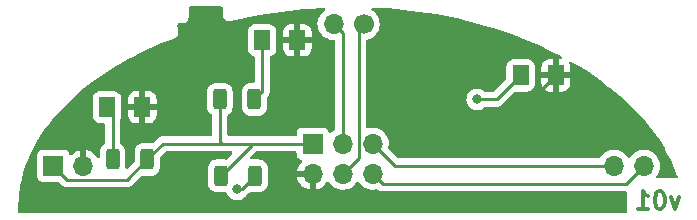
<source format=gbl>
%TF.GenerationSoftware,KiCad,Pcbnew,(6.0.4-0)*%
%TF.CreationDate,2022-04-25T17:07:07-04:00*%
%TF.ProjectId,earth_base,65617274-685f-4626-9173-652e6b696361,rev?*%
%TF.SameCoordinates,Original*%
%TF.FileFunction,Copper,L2,Bot*%
%TF.FilePolarity,Positive*%
%FSLAX46Y46*%
G04 Gerber Fmt 4.6, Leading zero omitted, Abs format (unit mm)*
G04 Created by KiCad (PCBNEW (6.0.4-0)) date 2022-04-25 17:07:07*
%MOMM*%
%LPD*%
G01*
G04 APERTURE LIST*
G04 Aperture macros list*
%AMRoundRect*
0 Rectangle with rounded corners*
0 $1 Rounding radius*
0 $2 $3 $4 $5 $6 $7 $8 $9 X,Y pos of 4 corners*
0 Add a 4 corners polygon primitive as box body*
4,1,4,$2,$3,$4,$5,$6,$7,$8,$9,$2,$3,0*
0 Add four circle primitives for the rounded corners*
1,1,$1+$1,$2,$3*
1,1,$1+$1,$4,$5*
1,1,$1+$1,$6,$7*
1,1,$1+$1,$8,$9*
0 Add four rect primitives between the rounded corners*
20,1,$1+$1,$2,$3,$4,$5,0*
20,1,$1+$1,$4,$5,$6,$7,0*
20,1,$1+$1,$6,$7,$8,$9,0*
20,1,$1+$1,$8,$9,$2,$3,0*%
G04 Aperture macros list end*
%ADD10C,0.300000*%
%TA.AperFunction,NonConductor*%
%ADD11C,0.300000*%
%TD*%
%TA.AperFunction,SMDPad,CuDef*%
%ADD12RoundRect,0.250001X0.462499X0.624999X-0.462499X0.624999X-0.462499X-0.624999X0.462499X-0.624999X0*%
%TD*%
%TA.AperFunction,ComponentPad*%
%ADD13R,1.700000X1.700000*%
%TD*%
%TA.AperFunction,ComponentPad*%
%ADD14O,1.700000X1.700000*%
%TD*%
%TA.AperFunction,ComponentPad*%
%ADD15C,1.700000*%
%TD*%
%TA.AperFunction,SMDPad,CuDef*%
%ADD16RoundRect,0.250000X0.312500X0.625000X-0.312500X0.625000X-0.312500X-0.625000X0.312500X-0.625000X0*%
%TD*%
%TA.AperFunction,SMDPad,CuDef*%
%ADD17RoundRect,0.250000X-0.312500X-0.625000X0.312500X-0.625000X0.312500X0.625000X-0.312500X0.625000X0*%
%TD*%
%TA.AperFunction,ViaPad*%
%ADD18C,0.800000*%
%TD*%
%TA.AperFunction,Conductor*%
%ADD19C,0.250000*%
%TD*%
G04 APERTURE END LIST*
D10*
D11*
X177125531Y-109873388D02*
X176768388Y-110873388D01*
X176411245Y-109873388D01*
X175554102Y-109373388D02*
X175411245Y-109373388D01*
X175268388Y-109444817D01*
X175196959Y-109516245D01*
X175125531Y-109659102D01*
X175054102Y-109944817D01*
X175054102Y-110301959D01*
X175125531Y-110587674D01*
X175196959Y-110730531D01*
X175268388Y-110801959D01*
X175411245Y-110873388D01*
X175554102Y-110873388D01*
X175696959Y-110801959D01*
X175768388Y-110730531D01*
X175839817Y-110587674D01*
X175911245Y-110301959D01*
X175911245Y-109944817D01*
X175839817Y-109659102D01*
X175768388Y-109516245D01*
X175696959Y-109444817D01*
X175554102Y-109373388D01*
X173625531Y-110873388D02*
X174482674Y-110873388D01*
X174054102Y-110873388D02*
X174054102Y-109373388D01*
X174196959Y-109587674D01*
X174339817Y-109730531D01*
X174482674Y-109801959D01*
D12*
%TO.P,D3,1,K*%
%TO.N,GND*%
X144784790Y-96587717D03*
%TO.P,D3,2,A*%
%TO.N,Net-(D3-Pad2)*%
X141809790Y-96587717D03*
%TD*%
%TO.P,D2,1,K*%
%TO.N,GND*%
X131657910Y-102253249D03*
%TO.P,D2,2,A*%
%TO.N,Net-(D2-Pad2)*%
X128682910Y-102253249D03*
%TD*%
%TO.P,D1,1,K*%
%TO.N,GND*%
X166682955Y-99562746D03*
%TO.P,D1,2,A*%
%TO.N,Net-(D1-Pad2)*%
X163707955Y-99562746D03*
%TD*%
D13*
%TO.P,J1,1,Pin_1*%
%TO.N,VCC*%
X124133751Y-107218580D03*
D14*
%TO.P,J1,2,Pin_2*%
%TO.N,GND*%
X126673751Y-107218580D03*
%TO.P,J1,3,Pin_3*%
%TO.N,Net-(J1-Pad3)*%
X147863751Y-95218580D03*
D15*
%TO.P,J1,4,Pin_4*%
%TO.N,Net-(J1-Pad4)*%
X150403751Y-95218580D03*
D14*
%TO.P,J1,5,Pin_5*%
%TO.N,Net-(J1-Pad5)*%
X171593751Y-107218580D03*
%TO.P,J1,6,Pin_6*%
%TO.N,Net-(J1-Pad6)*%
X174133751Y-107218580D03*
%TD*%
D13*
%TO.P,J2,1,Pin_1*%
%TO.N,VCC*%
X146090605Y-105357258D03*
D14*
%TO.P,J2,2,Pin_2*%
%TO.N,GND*%
X146090605Y-107897258D03*
%TO.P,J2,3,Pin_3*%
%TO.N,Net-(J1-Pad3)*%
X148630605Y-105357258D03*
%TO.P,J2,4,Pin_4*%
%TO.N,Net-(J1-Pad4)*%
X148630605Y-107897258D03*
%TO.P,J2,5,Pin_5*%
%TO.N,Net-(J1-Pad5)*%
X151170605Y-105357258D03*
%TO.P,J2,6,Pin_6*%
%TO.N,Net-(J1-Pad6)*%
X151170605Y-107897258D03*
%TD*%
D16*
%TO.P,R3,1*%
%TO.N,Net-(D3-Pad2)*%
X141162500Y-101600000D03*
%TO.P,R3,2*%
%TO.N,VCC*%
X138237500Y-101600000D03*
%TD*%
D17*
%TO.P,R2,1*%
%TO.N,Net-(D2-Pad2)*%
X129155000Y-106680000D03*
%TO.P,R2,2*%
%TO.N,VCC*%
X132080000Y-106680000D03*
%TD*%
D16*
%TO.P,R1,1*%
%TO.N,Net-(D1-Pad2)*%
X141219802Y-108076026D03*
%TO.P,R1,2*%
%TO.N,VCC*%
X138294802Y-108076026D03*
%TD*%
D18*
%TO.N,GND*%
X165100000Y-101600000D03*
%TO.N,Net-(D1-Pad2)*%
X139700000Y-109220000D03*
X160020000Y-101600000D03*
%TD*%
D19*
%TO.N,GND*%
X165100000Y-101145701D02*
X165100000Y-101600000D01*
X166682955Y-99562746D02*
X165100000Y-101145701D01*
%TO.N,Net-(D1-Pad2)*%
X139700000Y-109220000D02*
X140075828Y-109220000D01*
X140075828Y-109220000D02*
X141219802Y-108076026D01*
X161670701Y-101600000D02*
X160020000Y-101600000D01*
X163707955Y-99562746D02*
X161670701Y-101600000D01*
%TO.N,VCC*%
X133402742Y-105357258D02*
X138377258Y-105357258D01*
X138237500Y-101600000D02*
X138237500Y-105217500D01*
X138237500Y-105217500D02*
X138377258Y-105357258D01*
X138377258Y-105357258D02*
X140917258Y-105357258D01*
X138294802Y-108076026D02*
X140917258Y-105453570D01*
X140917258Y-105357258D02*
X146090605Y-105357258D01*
X140917258Y-105453570D02*
X140917258Y-105357258D01*
%TO.N,Net-(D3-Pad2)*%
X141809790Y-96587717D02*
X141809790Y-100952710D01*
X141809790Y-100952710D02*
X141162500Y-101600000D01*
%TO.N,VCC*%
X124133751Y-107218580D02*
X125308262Y-108393091D01*
X125308262Y-108393091D02*
X130366909Y-108393091D01*
X130366909Y-108393091D02*
X132080000Y-106680000D01*
%TO.N,Net-(D2-Pad2)*%
X129155000Y-106680000D02*
X129155000Y-102725339D01*
X129155000Y-102725339D02*
X128682910Y-102253249D01*
%TO.N,VCC*%
X132080000Y-106680000D02*
X133402742Y-105357258D01*
%TO.N,Net-(J1-Pad4)*%
X148630605Y-107897258D02*
X149996094Y-106531769D01*
X149996094Y-95626237D02*
X150403751Y-95218580D01*
X149996094Y-106531769D02*
X149996094Y-95626237D01*
%TO.N,VCC*%
X141994758Y-105357258D02*
X146090605Y-105357258D01*
%TO.N,Net-(J1-Pad3)*%
X148630605Y-105357258D02*
X148630605Y-95985434D01*
X148630605Y-95985434D02*
X147863751Y-95218580D01*
%TO.N,Net-(J1-Pad6)*%
X151170605Y-107897258D02*
X152020605Y-108747258D01*
X152020605Y-108747258D02*
X172605073Y-108747258D01*
X172605073Y-108747258D02*
X174133751Y-107218580D01*
%TO.N,Net-(J1-Pad5)*%
X151170605Y-105357258D02*
X153031927Y-107218580D01*
X153031927Y-107218580D02*
X171593751Y-107218580D01*
%TD*%
%TA.AperFunction,Conductor*%
%TO.N,GND*%
G36*
X138434895Y-93758198D02*
G01*
X138481388Y-93811854D01*
X138492774Y-93864196D01*
X138492774Y-94436788D01*
X138492436Y-94446017D01*
X138490722Y-94469358D01*
X138488765Y-94496000D01*
X138490647Y-94504779D01*
X138490647Y-94504780D01*
X138499443Y-94545814D01*
X138500969Y-94554362D01*
X138506920Y-94595917D01*
X138506922Y-94595924D01*
X138508194Y-94604806D01*
X138511908Y-94612975D01*
X138514374Y-94621408D01*
X138517414Y-94629649D01*
X138519295Y-94638422D01*
X138523562Y-94646314D01*
X138543534Y-94683253D01*
X138547396Y-94691026D01*
X138568482Y-94737401D01*
X138574342Y-94744201D01*
X138579067Y-94751590D01*
X138584299Y-94758648D01*
X138588572Y-94766551D01*
X138624418Y-94802776D01*
X138630299Y-94809144D01*
X138657702Y-94840947D01*
X138657704Y-94840949D01*
X138663561Y-94847746D01*
X138671092Y-94852628D01*
X138677706Y-94858397D01*
X138684708Y-94863703D01*
X138691025Y-94870086D01*
X138735611Y-94894801D01*
X138743015Y-94899246D01*
X138785789Y-94926971D01*
X138794384Y-94929542D01*
X138802351Y-94933223D01*
X138810570Y-94936354D01*
X138818419Y-94940704D01*
X138868122Y-94951906D01*
X138876512Y-94954103D01*
X138925340Y-94968705D01*
X138934316Y-94968760D01*
X138942982Y-94970055D01*
X138951751Y-94970753D01*
X138960513Y-94972728D01*
X138969469Y-94972165D01*
X138969473Y-94972165D01*
X139011367Y-94969530D01*
X139020044Y-94969284D01*
X139051737Y-94969477D01*
X139070995Y-94969595D01*
X139123040Y-94954720D01*
X139130465Y-94952842D01*
X139974312Y-94766551D01*
X140324678Y-94689203D01*
X140328344Y-94688450D01*
X141557945Y-94455067D01*
X141561590Y-94454431D01*
X142814815Y-94254492D01*
X142818443Y-94253967D01*
X144093911Y-94088369D01*
X144097527Y-94087952D01*
X145393821Y-93957596D01*
X145397428Y-93957286D01*
X146005080Y-93913771D01*
X146713107Y-93863069D01*
X146716647Y-93862867D01*
X147042380Y-93848900D01*
X147111295Y-93865965D01*
X147160043Y-93917580D01*
X147173148Y-93987357D01*
X147146449Y-94053142D01*
X147123430Y-94075544D01*
X146986632Y-94178255D01*
X146958716Y-94199215D01*
X146804380Y-94360718D01*
X146678494Y-94545260D01*
X146642331Y-94623166D01*
X146608679Y-94695665D01*
X146584439Y-94747885D01*
X146524740Y-94963150D01*
X146501002Y-95185275D01*
X146501299Y-95190428D01*
X146501299Y-95190431D01*
X146506762Y-95285170D01*
X146513861Y-95408295D01*
X146514998Y-95413341D01*
X146514999Y-95413347D01*
X146530741Y-95483196D01*
X146562973Y-95626219D01*
X146601212Y-95720391D01*
X146639505Y-95814695D01*
X146647017Y-95833196D01*
X146684270Y-95893987D01*
X146749878Y-96001050D01*
X146763738Y-96023668D01*
X146910001Y-96192518D01*
X147081877Y-96335212D01*
X147274751Y-96447918D01*
X147483443Y-96527610D01*
X147488511Y-96528641D01*
X147488514Y-96528642D01*
X147566538Y-96544516D01*
X147702348Y-96572147D01*
X147707522Y-96572337D01*
X147707524Y-96572337D01*
X147758598Y-96574210D01*
X147875724Y-96578505D01*
X147943064Y-96600988D01*
X147987560Y-96656312D01*
X147997105Y-96704419D01*
X147997105Y-104078950D01*
X147977103Y-104147071D01*
X147929288Y-104190711D01*
X147904212Y-104203765D01*
X147900079Y-104206868D01*
X147900076Y-104206870D01*
X147802351Y-104280244D01*
X147725570Y-104337893D01*
X147669142Y-104396942D01*
X147644888Y-104422322D01*
X147583364Y-104457752D01*
X147512451Y-104454295D01*
X147454665Y-104413049D01*
X147435812Y-104379501D01*
X147394372Y-104268961D01*
X147391220Y-104260553D01*
X147303866Y-104143997D01*
X147187310Y-104056643D01*
X147050921Y-104005513D01*
X146988739Y-103998758D01*
X145192471Y-103998758D01*
X145130289Y-104005513D01*
X144993900Y-104056643D01*
X144877344Y-104143997D01*
X144789990Y-104260553D01*
X144738860Y-104396942D01*
X144732105Y-104459124D01*
X144732105Y-104597758D01*
X144712103Y-104665879D01*
X144658447Y-104712372D01*
X144606105Y-104723758D01*
X140989051Y-104723758D01*
X140965442Y-104721526D01*
X140965139Y-104721468D01*
X140965135Y-104721468D01*
X140957352Y-104719983D01*
X140901307Y-104723509D01*
X140893396Y-104723758D01*
X138997000Y-104723758D01*
X138928879Y-104703756D01*
X138882386Y-104650100D01*
X138871000Y-104597758D01*
X138871000Y-102988575D01*
X138891002Y-102920454D01*
X138930697Y-102881431D01*
X138930953Y-102881273D01*
X139024348Y-102823478D01*
X139149305Y-102698303D01*
X139242115Y-102547738D01*
X139297797Y-102379861D01*
X139308500Y-102275400D01*
X140091500Y-102275400D01*
X140091837Y-102278646D01*
X140091837Y-102278650D01*
X140092263Y-102282749D01*
X140102474Y-102381166D01*
X140158450Y-102548946D01*
X140251522Y-102699348D01*
X140376697Y-102824305D01*
X140382927Y-102828145D01*
X140382928Y-102828146D01*
X140520090Y-102912694D01*
X140527262Y-102917115D01*
X140571678Y-102931847D01*
X140688611Y-102970632D01*
X140688613Y-102970632D01*
X140695139Y-102972797D01*
X140701975Y-102973497D01*
X140701978Y-102973498D01*
X140745031Y-102977909D01*
X140799600Y-102983500D01*
X141525400Y-102983500D01*
X141528646Y-102983163D01*
X141528650Y-102983163D01*
X141624308Y-102973238D01*
X141624312Y-102973237D01*
X141631166Y-102972526D01*
X141637702Y-102970345D01*
X141637704Y-102970345D01*
X141787244Y-102920454D01*
X141798946Y-102916550D01*
X141949348Y-102823478D01*
X142074305Y-102698303D01*
X142167115Y-102547738D01*
X142222797Y-102379861D01*
X142233500Y-102275400D01*
X142233500Y-101477094D01*
X142253502Y-101408973D01*
X142270405Y-101387999D01*
X142285924Y-101372480D01*
X142288402Y-101369285D01*
X142296108Y-101360263D01*
X142320948Y-101333811D01*
X142326376Y-101328031D01*
X142332522Y-101316852D01*
X142336136Y-101310278D01*
X142346989Y-101293755D01*
X142354543Y-101284016D01*
X142359403Y-101277751D01*
X142376966Y-101237167D01*
X142382173Y-101226537D01*
X142403485Y-101187770D01*
X142405456Y-101180093D01*
X142405458Y-101180088D01*
X142408522Y-101168152D01*
X142414928Y-101149440D01*
X142419823Y-101138129D01*
X142422971Y-101130855D01*
X142424211Y-101123027D01*
X142424213Y-101123020D01*
X142429889Y-101087186D01*
X142432295Y-101075566D01*
X142441318Y-101040421D01*
X142441318Y-101040420D01*
X142443290Y-101032740D01*
X142443290Y-101012486D01*
X142444841Y-100992775D01*
X142446770Y-100980596D01*
X142448010Y-100972767D01*
X142443849Y-100928748D01*
X142443290Y-100916891D01*
X142443290Y-98046084D01*
X142463292Y-97977963D01*
X142516948Y-97931470D01*
X142529413Y-97926561D01*
X142589291Y-97906584D01*
X142589293Y-97906583D01*
X142596235Y-97904267D01*
X142746638Y-97811195D01*
X142871595Y-97686020D01*
X142950910Y-97557348D01*
X142960565Y-97541685D01*
X142960566Y-97541683D01*
X142964405Y-97535455D01*
X143017486Y-97375420D01*
X143017922Y-97374106D01*
X143017922Y-97374104D01*
X143020087Y-97367578D01*
X143020799Y-97360636D01*
X143030462Y-97266315D01*
X143030790Y-97263117D01*
X143030790Y-97259813D01*
X143564290Y-97259813D01*
X143564627Y-97266328D01*
X143574546Y-97361920D01*
X143577440Y-97375319D01*
X143628878Y-97529500D01*
X143635052Y-97542679D01*
X143720353Y-97680524D01*
X143729389Y-97691925D01*
X143844120Y-97806456D01*
X143855531Y-97815468D01*
X143993535Y-97900535D01*
X144006713Y-97906679D01*
X144161006Y-97957856D01*
X144174371Y-97960722D01*
X144268729Y-97970389D01*
X144275145Y-97970717D01*
X144512675Y-97970717D01*
X144527914Y-97966242D01*
X144529119Y-97964852D01*
X144530790Y-97957169D01*
X144530790Y-97952602D01*
X145038790Y-97952602D01*
X145043265Y-97967841D01*
X145044655Y-97969046D01*
X145052338Y-97970717D01*
X145294386Y-97970717D01*
X145300901Y-97970380D01*
X145396493Y-97960461D01*
X145409892Y-97957567D01*
X145564073Y-97906129D01*
X145577252Y-97899955D01*
X145715097Y-97814654D01*
X145726498Y-97805618D01*
X145841029Y-97690887D01*
X145850041Y-97679476D01*
X145935108Y-97541472D01*
X145941252Y-97528294D01*
X145992429Y-97374001D01*
X145995295Y-97360636D01*
X146004962Y-97266278D01*
X146005290Y-97259862D01*
X146005290Y-96859832D01*
X146000815Y-96844593D01*
X145999425Y-96843388D01*
X145991742Y-96841717D01*
X145056905Y-96841717D01*
X145041666Y-96846192D01*
X145040461Y-96847582D01*
X145038790Y-96855265D01*
X145038790Y-97952602D01*
X144530790Y-97952602D01*
X144530790Y-96859832D01*
X144526315Y-96844593D01*
X144524925Y-96843388D01*
X144517242Y-96841717D01*
X143582405Y-96841717D01*
X143567166Y-96846192D01*
X143565961Y-96847582D01*
X143564290Y-96855265D01*
X143564290Y-97259813D01*
X143030790Y-97259813D01*
X143030790Y-96315602D01*
X143564290Y-96315602D01*
X143568765Y-96330841D01*
X143570155Y-96332046D01*
X143577838Y-96333717D01*
X144512675Y-96333717D01*
X144527914Y-96329242D01*
X144529119Y-96327852D01*
X144530790Y-96320169D01*
X144530790Y-96315602D01*
X145038790Y-96315602D01*
X145043265Y-96330841D01*
X145044655Y-96332046D01*
X145052338Y-96333717D01*
X145987175Y-96333717D01*
X146002414Y-96329242D01*
X146003619Y-96327852D01*
X146005290Y-96320169D01*
X146005290Y-95915621D01*
X146004953Y-95909106D01*
X145995034Y-95813514D01*
X145992140Y-95800115D01*
X145940702Y-95645934D01*
X145934528Y-95632755D01*
X145849227Y-95494910D01*
X145840191Y-95483509D01*
X145725460Y-95368978D01*
X145714049Y-95359966D01*
X145576045Y-95274899D01*
X145562867Y-95268755D01*
X145408574Y-95217578D01*
X145395209Y-95214712D01*
X145300851Y-95205045D01*
X145294434Y-95204717D01*
X145056905Y-95204717D01*
X145041666Y-95209192D01*
X145040461Y-95210582D01*
X145038790Y-95218265D01*
X145038790Y-96315602D01*
X144530790Y-96315602D01*
X144530790Y-95222832D01*
X144526315Y-95207593D01*
X144524925Y-95206388D01*
X144517242Y-95204717D01*
X144275194Y-95204717D01*
X144268679Y-95205054D01*
X144173087Y-95214973D01*
X144159688Y-95217867D01*
X144005507Y-95269305D01*
X143992328Y-95275479D01*
X143854483Y-95360780D01*
X143843082Y-95369816D01*
X143728551Y-95484547D01*
X143719539Y-95495958D01*
X143634472Y-95633962D01*
X143628328Y-95647140D01*
X143577151Y-95801433D01*
X143574285Y-95814798D01*
X143564618Y-95909156D01*
X143564290Y-95915573D01*
X143564290Y-96315602D01*
X143030790Y-96315602D01*
X143030790Y-95912317D01*
X143025611Y-95862402D01*
X143020528Y-95813410D01*
X143020527Y-95813406D01*
X143019816Y-95806552D01*
X142963840Y-95638772D01*
X142870768Y-95488369D01*
X142745593Y-95363412D01*
X142630149Y-95292251D01*
X142601258Y-95274442D01*
X142601256Y-95274441D01*
X142595028Y-95270602D01*
X142515285Y-95244153D01*
X142433679Y-95217085D01*
X142433677Y-95217085D01*
X142427151Y-95214920D01*
X142420315Y-95214220D01*
X142420312Y-95214219D01*
X142377259Y-95209808D01*
X142322690Y-95204217D01*
X141296890Y-95204217D01*
X141293644Y-95204554D01*
X141293640Y-95204554D01*
X141197983Y-95214479D01*
X141197979Y-95214480D01*
X141191125Y-95215191D01*
X141184589Y-95217372D01*
X141184587Y-95217372D01*
X141052485Y-95261445D01*
X141023345Y-95271167D01*
X140872942Y-95364239D01*
X140747985Y-95489414D01*
X140744145Y-95495644D01*
X140744144Y-95495645D01*
X140660707Y-95631005D01*
X140655175Y-95639979D01*
X140630147Y-95715437D01*
X140602061Y-95800115D01*
X140599493Y-95807856D01*
X140598793Y-95814692D01*
X140598792Y-95814695D01*
X140597387Y-95828409D01*
X140588790Y-95912317D01*
X140588790Y-97263117D01*
X140589127Y-97266363D01*
X140589127Y-97266367D01*
X140599042Y-97361920D01*
X140599764Y-97368882D01*
X140655740Y-97536662D01*
X140748812Y-97687065D01*
X140873987Y-97812022D01*
X140880217Y-97815862D01*
X140880218Y-97815863D01*
X141016655Y-97899964D01*
X141024552Y-97904832D01*
X141072078Y-97920596D01*
X141089957Y-97926526D01*
X141148317Y-97966957D01*
X141175554Y-98032521D01*
X141176290Y-98046119D01*
X141176290Y-100090500D01*
X141156288Y-100158621D01*
X141102632Y-100205114D01*
X141050290Y-100216500D01*
X140799600Y-100216500D01*
X140796354Y-100216837D01*
X140796350Y-100216837D01*
X140700692Y-100226762D01*
X140700688Y-100226763D01*
X140693834Y-100227474D01*
X140687298Y-100229655D01*
X140687296Y-100229655D01*
X140555194Y-100273728D01*
X140526054Y-100283450D01*
X140375652Y-100376522D01*
X140250695Y-100501697D01*
X140246855Y-100507927D01*
X140246854Y-100507928D01*
X140178444Y-100618910D01*
X140157885Y-100652262D01*
X140102203Y-100820139D01*
X140091500Y-100924600D01*
X140091500Y-102275400D01*
X139308500Y-102275400D01*
X139308500Y-100924600D01*
X139308163Y-100921350D01*
X139298238Y-100825692D01*
X139298237Y-100825688D01*
X139297526Y-100818834D01*
X139287801Y-100789683D01*
X139243868Y-100658002D01*
X139241550Y-100651054D01*
X139148478Y-100500652D01*
X139023303Y-100375695D01*
X138958363Y-100335665D01*
X138878968Y-100286725D01*
X138878966Y-100286724D01*
X138872738Y-100282885D01*
X138792995Y-100256436D01*
X138711389Y-100229368D01*
X138711387Y-100229368D01*
X138704861Y-100227203D01*
X138698025Y-100226503D01*
X138698022Y-100226502D01*
X138654969Y-100222091D01*
X138600400Y-100216500D01*
X137874600Y-100216500D01*
X137871354Y-100216837D01*
X137871350Y-100216837D01*
X137775692Y-100226762D01*
X137775688Y-100226763D01*
X137768834Y-100227474D01*
X137762298Y-100229655D01*
X137762296Y-100229655D01*
X137630194Y-100273728D01*
X137601054Y-100283450D01*
X137450652Y-100376522D01*
X137325695Y-100501697D01*
X137321855Y-100507927D01*
X137321854Y-100507928D01*
X137253444Y-100618910D01*
X137232885Y-100652262D01*
X137177203Y-100820139D01*
X137166500Y-100924600D01*
X137166500Y-102275400D01*
X137166837Y-102278646D01*
X137166837Y-102278650D01*
X137167263Y-102282749D01*
X137177474Y-102381166D01*
X137233450Y-102548946D01*
X137326522Y-102699348D01*
X137451697Y-102824305D01*
X137457927Y-102828145D01*
X137457928Y-102828146D01*
X137544116Y-102881273D01*
X137591609Y-102934045D01*
X137604000Y-102988533D01*
X137604000Y-104597758D01*
X137583998Y-104665879D01*
X137530342Y-104712372D01*
X137478000Y-104723758D01*
X133481510Y-104723758D01*
X133470327Y-104723231D01*
X133462834Y-104721556D01*
X133454908Y-104721805D01*
X133454907Y-104721805D01*
X133394744Y-104723696D01*
X133390786Y-104723758D01*
X133362886Y-104723758D01*
X133358896Y-104724262D01*
X133347062Y-104725194D01*
X133302853Y-104726584D01*
X133295237Y-104728797D01*
X133295235Y-104728797D01*
X133283394Y-104732237D01*
X133264035Y-104736246D01*
X133262725Y-104736412D01*
X133243945Y-104738784D01*
X133236579Y-104741700D01*
X133236573Y-104741702D01*
X133202840Y-104755058D01*
X133191610Y-104758903D01*
X133156759Y-104769028D01*
X133149149Y-104771239D01*
X133142326Y-104775274D01*
X133131708Y-104781553D01*
X133113955Y-104790250D01*
X133106310Y-104793277D01*
X133095125Y-104797706D01*
X133088710Y-104802367D01*
X133059354Y-104823695D01*
X133049437Y-104830209D01*
X133011380Y-104852716D01*
X132997059Y-104867037D01*
X132982026Y-104879877D01*
X132965635Y-104891786D01*
X132960584Y-104897892D01*
X132937444Y-104925863D01*
X132929454Y-104934642D01*
X132598361Y-105265735D01*
X132536049Y-105299761D01*
X132496423Y-105301984D01*
X132442900Y-105296500D01*
X131717100Y-105296500D01*
X131713854Y-105296837D01*
X131713850Y-105296837D01*
X131618192Y-105306762D01*
X131618188Y-105306763D01*
X131611334Y-105307474D01*
X131604798Y-105309655D01*
X131604796Y-105309655D01*
X131519600Y-105338079D01*
X131443554Y-105363450D01*
X131293152Y-105456522D01*
X131168195Y-105581697D01*
X131164355Y-105587927D01*
X131164354Y-105587928D01*
X131103381Y-105686845D01*
X131075385Y-105732262D01*
X131073081Y-105739209D01*
X131023394Y-105889012D01*
X131019703Y-105900139D01*
X131019003Y-105906975D01*
X131019002Y-105906978D01*
X131017325Y-105923351D01*
X131009000Y-106004600D01*
X131009000Y-106802905D01*
X130988998Y-106871026D01*
X130972095Y-106892001D01*
X130441095Y-107423000D01*
X130378783Y-107457025D01*
X130307967Y-107451960D01*
X130251132Y-107409413D01*
X130226321Y-107342893D01*
X130226000Y-107333904D01*
X130226000Y-106004600D01*
X130223211Y-105977717D01*
X130215738Y-105905692D01*
X130215737Y-105905688D01*
X130215026Y-105898834D01*
X130210862Y-105886351D01*
X130161368Y-105738002D01*
X130159050Y-105731054D01*
X130065978Y-105580652D01*
X129940803Y-105455695D01*
X129848384Y-105398727D01*
X129800891Y-105345955D01*
X129788500Y-105291467D01*
X129788500Y-103316234D01*
X129807240Y-103250118D01*
X129833685Y-103207217D01*
X129833686Y-103207215D01*
X129837525Y-103200987D01*
X129890606Y-103040952D01*
X129891042Y-103039638D01*
X129891042Y-103039636D01*
X129893207Y-103033110D01*
X129893919Y-103026168D01*
X129903582Y-102931847D01*
X129903910Y-102928649D01*
X129903910Y-102925345D01*
X130437410Y-102925345D01*
X130437747Y-102931860D01*
X130447666Y-103027452D01*
X130450560Y-103040851D01*
X130501998Y-103195032D01*
X130508172Y-103208211D01*
X130593473Y-103346056D01*
X130602509Y-103357457D01*
X130717240Y-103471988D01*
X130728651Y-103481000D01*
X130866655Y-103566067D01*
X130879833Y-103572211D01*
X131034126Y-103623388D01*
X131047491Y-103626254D01*
X131141849Y-103635921D01*
X131148265Y-103636249D01*
X131385795Y-103636249D01*
X131401034Y-103631774D01*
X131402239Y-103630384D01*
X131403910Y-103622701D01*
X131403910Y-103618134D01*
X131911910Y-103618134D01*
X131916385Y-103633373D01*
X131917775Y-103634578D01*
X131925458Y-103636249D01*
X132167506Y-103636249D01*
X132174021Y-103635912D01*
X132269613Y-103625993D01*
X132283012Y-103623099D01*
X132437193Y-103571661D01*
X132450372Y-103565487D01*
X132588217Y-103480186D01*
X132599618Y-103471150D01*
X132714149Y-103356419D01*
X132723161Y-103345008D01*
X132808228Y-103207004D01*
X132814372Y-103193826D01*
X132865549Y-103039533D01*
X132868415Y-103026168D01*
X132878082Y-102931810D01*
X132878410Y-102925394D01*
X132878410Y-102525364D01*
X132873935Y-102510125D01*
X132872545Y-102508920D01*
X132864862Y-102507249D01*
X131930025Y-102507249D01*
X131914786Y-102511724D01*
X131913581Y-102513114D01*
X131911910Y-102520797D01*
X131911910Y-103618134D01*
X131403910Y-103618134D01*
X131403910Y-102525364D01*
X131399435Y-102510125D01*
X131398045Y-102508920D01*
X131390362Y-102507249D01*
X130455525Y-102507249D01*
X130440286Y-102511724D01*
X130439081Y-102513114D01*
X130437410Y-102520797D01*
X130437410Y-102925345D01*
X129903910Y-102925345D01*
X129903910Y-101981134D01*
X130437410Y-101981134D01*
X130441885Y-101996373D01*
X130443275Y-101997578D01*
X130450958Y-101999249D01*
X131385795Y-101999249D01*
X131401034Y-101994774D01*
X131402239Y-101993384D01*
X131403910Y-101985701D01*
X131403910Y-101981134D01*
X131911910Y-101981134D01*
X131916385Y-101996373D01*
X131917775Y-101997578D01*
X131925458Y-101999249D01*
X132860295Y-101999249D01*
X132875534Y-101994774D01*
X132876739Y-101993384D01*
X132878410Y-101985701D01*
X132878410Y-101581153D01*
X132878073Y-101574638D01*
X132868154Y-101479046D01*
X132865260Y-101465647D01*
X132813822Y-101311466D01*
X132807648Y-101298287D01*
X132722347Y-101160442D01*
X132713311Y-101149041D01*
X132598580Y-101034510D01*
X132587169Y-101025498D01*
X132449165Y-100940431D01*
X132435987Y-100934287D01*
X132281694Y-100883110D01*
X132268329Y-100880244D01*
X132173971Y-100870577D01*
X132167554Y-100870249D01*
X131930025Y-100870249D01*
X131914786Y-100874724D01*
X131913581Y-100876114D01*
X131911910Y-100883797D01*
X131911910Y-101981134D01*
X131403910Y-101981134D01*
X131403910Y-100888364D01*
X131399435Y-100873125D01*
X131398045Y-100871920D01*
X131390362Y-100870249D01*
X131148314Y-100870249D01*
X131141799Y-100870586D01*
X131046207Y-100880505D01*
X131032808Y-100883399D01*
X130878627Y-100934837D01*
X130865448Y-100941011D01*
X130727603Y-101026312D01*
X130716202Y-101035348D01*
X130601671Y-101150079D01*
X130592659Y-101161490D01*
X130507592Y-101299494D01*
X130501448Y-101312672D01*
X130450271Y-101466965D01*
X130447405Y-101480330D01*
X130437738Y-101574688D01*
X130437410Y-101581105D01*
X130437410Y-101981134D01*
X129903910Y-101981134D01*
X129903910Y-101577849D01*
X129893781Y-101480227D01*
X129893648Y-101478942D01*
X129893647Y-101478938D01*
X129892936Y-101472084D01*
X129871881Y-101408973D01*
X129839278Y-101311252D01*
X129836960Y-101304304D01*
X129743888Y-101153901D01*
X129728089Y-101138129D01*
X129623893Y-101034115D01*
X129618713Y-101028944D01*
X129612008Y-101024811D01*
X129474378Y-100939974D01*
X129474376Y-100939973D01*
X129468148Y-100936134D01*
X129388405Y-100909685D01*
X129306799Y-100882617D01*
X129306797Y-100882617D01*
X129300271Y-100880452D01*
X129293435Y-100879752D01*
X129293432Y-100879751D01*
X129246903Y-100874984D01*
X129195810Y-100869749D01*
X128170010Y-100869749D01*
X128166764Y-100870086D01*
X128166760Y-100870086D01*
X128071103Y-100880011D01*
X128071099Y-100880012D01*
X128064245Y-100880723D01*
X128057709Y-100882904D01*
X128057707Y-100882904D01*
X127939384Y-100922380D01*
X127896465Y-100936699D01*
X127746062Y-101029771D01*
X127621105Y-101154946D01*
X127617265Y-101161176D01*
X127617264Y-101161177D01*
X127535542Y-101293755D01*
X127528295Y-101305511D01*
X127507140Y-101369291D01*
X127475181Y-101465647D01*
X127472613Y-101473388D01*
X127471913Y-101480224D01*
X127471912Y-101480227D01*
X127467501Y-101523280D01*
X127461910Y-101577849D01*
X127461910Y-102928649D01*
X127462247Y-102931895D01*
X127462247Y-102931899D01*
X127472162Y-103027452D01*
X127472884Y-103034414D01*
X127528860Y-103202194D01*
X127621932Y-103352597D01*
X127747107Y-103477554D01*
X127753337Y-103481394D01*
X127753338Y-103481395D01*
X127790322Y-103504192D01*
X127897672Y-103570364D01*
X127977415Y-103596813D01*
X128059021Y-103623881D01*
X128059023Y-103623881D01*
X128065549Y-103626046D01*
X128072385Y-103626746D01*
X128072388Y-103626747D01*
X128115441Y-103631158D01*
X128170010Y-103636749D01*
X128395500Y-103636749D01*
X128463621Y-103656751D01*
X128510114Y-103710407D01*
X128521500Y-103762749D01*
X128521500Y-105291425D01*
X128501498Y-105359546D01*
X128461804Y-105398568D01*
X128368152Y-105456522D01*
X128243195Y-105581697D01*
X128239355Y-105587927D01*
X128239354Y-105587928D01*
X128178381Y-105686845D01*
X128150385Y-105732262D01*
X128148081Y-105739209D01*
X128098394Y-105889012D01*
X128094703Y-105900139D01*
X128094003Y-105906975D01*
X128094002Y-105906978D01*
X128092325Y-105923351D01*
X128084000Y-106004600D01*
X128084000Y-106471507D01*
X128063998Y-106539628D01*
X128010342Y-106586121D01*
X127940068Y-106596225D01*
X127875488Y-106566731D01*
X127852208Y-106539947D01*
X127756177Y-106391506D01*
X127749887Y-106383337D01*
X127606557Y-106225820D01*
X127599024Y-106218795D01*
X127431890Y-106086802D01*
X127423303Y-106081097D01*
X127236868Y-105978179D01*
X127227456Y-105973949D01*
X127026710Y-105902860D01*
X127016739Y-105900226D01*
X126945588Y-105887552D01*
X126932291Y-105889012D01*
X126927751Y-105903569D01*
X126927751Y-107346580D01*
X126907749Y-107414701D01*
X126854093Y-107461194D01*
X126801751Y-107472580D01*
X126545751Y-107472580D01*
X126477630Y-107452578D01*
X126431137Y-107398922D01*
X126419751Y-107346580D01*
X126419751Y-105901682D01*
X126415833Y-105888338D01*
X126401557Y-105886351D01*
X126363075Y-105892240D01*
X126353039Y-105894631D01*
X126150619Y-105960792D01*
X126141110Y-105964789D01*
X125952214Y-106063122D01*
X125943489Y-106068616D01*
X125773184Y-106196485D01*
X125765477Y-106203328D01*
X125688229Y-106284164D01*
X125626705Y-106319594D01*
X125555793Y-106316137D01*
X125498006Y-106274891D01*
X125479153Y-106241343D01*
X125437518Y-106130283D01*
X125434366Y-106121875D01*
X125347012Y-106005319D01*
X125230456Y-105917965D01*
X125094067Y-105866835D01*
X125031885Y-105860080D01*
X123235617Y-105860080D01*
X123173435Y-105866835D01*
X123037046Y-105917965D01*
X122920490Y-106005319D01*
X122833136Y-106121875D01*
X122782006Y-106258264D01*
X122775251Y-106320446D01*
X122775251Y-108116714D01*
X122782006Y-108178896D01*
X122833136Y-108315285D01*
X122920490Y-108431841D01*
X123037046Y-108519195D01*
X123173435Y-108570325D01*
X123235617Y-108577080D01*
X124544157Y-108577080D01*
X124612278Y-108597082D01*
X124633252Y-108613985D01*
X124804605Y-108785338D01*
X124812149Y-108793628D01*
X124816262Y-108800109D01*
X124822039Y-108805534D01*
X124865929Y-108846749D01*
X124868771Y-108849504D01*
X124888492Y-108869225D01*
X124891687Y-108871703D01*
X124900709Y-108879409D01*
X124932941Y-108909677D01*
X124939890Y-108913497D01*
X124950694Y-108919437D01*
X124967218Y-108930290D01*
X124983221Y-108942704D01*
X125023805Y-108960267D01*
X125034435Y-108965474D01*
X125073202Y-108986786D01*
X125080879Y-108988757D01*
X125080884Y-108988759D01*
X125092820Y-108991823D01*
X125111528Y-108998228D01*
X125130117Y-109006272D01*
X125137942Y-109007511D01*
X125137944Y-109007512D01*
X125173781Y-109013188D01*
X125185402Y-109015595D01*
X125217221Y-109023764D01*
X125228232Y-109026591D01*
X125248493Y-109026591D01*
X125268202Y-109028142D01*
X125288205Y-109031310D01*
X125296097Y-109030564D01*
X125301324Y-109030070D01*
X125332216Y-109027150D01*
X125344073Y-109026591D01*
X130288142Y-109026591D01*
X130299325Y-109027118D01*
X130306818Y-109028793D01*
X130314744Y-109028544D01*
X130314745Y-109028544D01*
X130374895Y-109026653D01*
X130378854Y-109026591D01*
X130406765Y-109026591D01*
X130410700Y-109026094D01*
X130410765Y-109026086D01*
X130422602Y-109025153D01*
X130454860Y-109024139D01*
X130458879Y-109024013D01*
X130466798Y-109023764D01*
X130486252Y-109018112D01*
X130505609Y-109014104D01*
X130517839Y-109012559D01*
X130517840Y-109012559D01*
X130525706Y-109011565D01*
X130533077Y-109008646D01*
X130533079Y-109008646D01*
X130566821Y-108995287D01*
X130578051Y-108991442D01*
X130612892Y-108981320D01*
X130612893Y-108981320D01*
X130620502Y-108979109D01*
X130627321Y-108975076D01*
X130627326Y-108975074D01*
X130637937Y-108968798D01*
X130655685Y-108960103D01*
X130674526Y-108952643D01*
X130694088Y-108938431D01*
X130710296Y-108926655D01*
X130720216Y-108920139D01*
X130751444Y-108901671D01*
X130751447Y-108901669D01*
X130758271Y-108897633D01*
X130772592Y-108883312D01*
X130787626Y-108870471D01*
X130789341Y-108869225D01*
X130804016Y-108858563D01*
X130832207Y-108824486D01*
X130840197Y-108815707D01*
X131561639Y-108094265D01*
X131623951Y-108060239D01*
X131663577Y-108058016D01*
X131717100Y-108063500D01*
X132442900Y-108063500D01*
X132446146Y-108063163D01*
X132446150Y-108063163D01*
X132541808Y-108053238D01*
X132541812Y-108053237D01*
X132548666Y-108052526D01*
X132555202Y-108050345D01*
X132555204Y-108050345D01*
X132709498Y-107998868D01*
X132716446Y-107996550D01*
X132866848Y-107903478D01*
X132991805Y-107778303D01*
X132995646Y-107772072D01*
X133080775Y-107633968D01*
X133080776Y-107633966D01*
X133084615Y-107627738D01*
X133124778Y-107506649D01*
X133138132Y-107466389D01*
X133138132Y-107466387D01*
X133140297Y-107459861D01*
X133143180Y-107431728D01*
X133150672Y-107358598D01*
X133151000Y-107355400D01*
X133151000Y-106557094D01*
X133171002Y-106488973D01*
X133187905Y-106467999D01*
X133628241Y-106027663D01*
X133690553Y-105993637D01*
X133717336Y-105990758D01*
X138317482Y-105990758D01*
X138337192Y-105992309D01*
X138357201Y-105995478D01*
X138365093Y-105994732D01*
X138401219Y-105991317D01*
X138413077Y-105990758D01*
X139179975Y-105990758D01*
X139248096Y-106010760D01*
X139294589Y-106064416D01*
X139304693Y-106134690D01*
X139275199Y-106199270D01*
X139269074Y-106205850D01*
X139029368Y-106445555D01*
X138813161Y-106661762D01*
X138750849Y-106695787D01*
X138711225Y-106698010D01*
X138657702Y-106692526D01*
X137931902Y-106692526D01*
X137928656Y-106692863D01*
X137928652Y-106692863D01*
X137832994Y-106702788D01*
X137832990Y-106702789D01*
X137826136Y-106703500D01*
X137819600Y-106705681D01*
X137819598Y-106705681D01*
X137789394Y-106715758D01*
X137658356Y-106759476D01*
X137507954Y-106852548D01*
X137382997Y-106977723D01*
X137379157Y-106983953D01*
X137379156Y-106983954D01*
X137296542Y-107117979D01*
X137290187Y-107128288D01*
X137287883Y-107135235D01*
X137259123Y-107221945D01*
X137234505Y-107296165D01*
X137233805Y-107303001D01*
X137233804Y-107303004D01*
X137230728Y-107333025D01*
X137223802Y-107400626D01*
X137223802Y-108751426D01*
X137224139Y-108754672D01*
X137224139Y-108754676D01*
X137233832Y-108848090D01*
X137234776Y-108857192D01*
X137236957Y-108863728D01*
X137236957Y-108863730D01*
X137262325Y-108939765D01*
X137290752Y-109024972D01*
X137383824Y-109175374D01*
X137508999Y-109300331D01*
X137515229Y-109304171D01*
X137515230Y-109304172D01*
X137652392Y-109388720D01*
X137659564Y-109393141D01*
X137682101Y-109400616D01*
X137820913Y-109446658D01*
X137820915Y-109446658D01*
X137827441Y-109448823D01*
X137834277Y-109449523D01*
X137834280Y-109449524D01*
X137866139Y-109452788D01*
X137931902Y-109459526D01*
X138657702Y-109459526D01*
X138660948Y-109459189D01*
X138660952Y-109459189D01*
X138715847Y-109453493D01*
X138785669Y-109466358D01*
X138837451Y-109514929D01*
X138848683Y-109539881D01*
X138865473Y-109591556D01*
X138960960Y-109756944D01*
X138965378Y-109761851D01*
X138965379Y-109761852D01*
X139078928Y-109887961D01*
X139088747Y-109898866D01*
X139243248Y-110011118D01*
X139249276Y-110013802D01*
X139249278Y-110013803D01*
X139411681Y-110086109D01*
X139417712Y-110088794D01*
X139511113Y-110108647D01*
X139598056Y-110127128D01*
X139598061Y-110127128D01*
X139604513Y-110128500D01*
X139795487Y-110128500D01*
X139801939Y-110127128D01*
X139801944Y-110127128D01*
X139888887Y-110108647D01*
X139982288Y-110088794D01*
X139988319Y-110086109D01*
X140150722Y-110013803D01*
X140150724Y-110013802D01*
X140156752Y-110011118D01*
X140311253Y-109898866D01*
X140338172Y-109868970D01*
X140434619Y-109761854D01*
X140439040Y-109756944D01*
X140442343Y-109751224D01*
X140446224Y-109745882D01*
X140447230Y-109746613D01*
X140467153Y-109724564D01*
X140467190Y-109724542D01*
X140481511Y-109710221D01*
X140496545Y-109697380D01*
X140506522Y-109690131D01*
X140512935Y-109685472D01*
X140541126Y-109651395D01*
X140549116Y-109642616D01*
X140701441Y-109490291D01*
X140763753Y-109456265D01*
X140803379Y-109454042D01*
X140856902Y-109459526D01*
X141582702Y-109459526D01*
X141585948Y-109459189D01*
X141585952Y-109459189D01*
X141681610Y-109449264D01*
X141681614Y-109449263D01*
X141688468Y-109448552D01*
X141695004Y-109446371D01*
X141695006Y-109446371D01*
X141832149Y-109400616D01*
X141856248Y-109392576D01*
X142006650Y-109299504D01*
X142131607Y-109174329D01*
X142137880Y-109164153D01*
X142220577Y-109029994D01*
X142220578Y-109029992D01*
X142224417Y-109023764D01*
X142273926Y-108874498D01*
X142277934Y-108862415D01*
X142277934Y-108862413D01*
X142280099Y-108855887D01*
X142281036Y-108846749D01*
X142290474Y-108754624D01*
X142290802Y-108751426D01*
X142290802Y-108165224D01*
X144758862Y-108165224D01*
X144789170Y-108299704D01*
X144792250Y-108309533D01*
X144872375Y-108506861D01*
X144877018Y-108516052D01*
X144988299Y-108697646D01*
X144994382Y-108705957D01*
X145133818Y-108866925D01*
X145141185Y-108874141D01*
X145305039Y-109010174D01*
X145313486Y-109016089D01*
X145497361Y-109123537D01*
X145506647Y-109127987D01*
X145705606Y-109203961D01*
X145715504Y-109206837D01*
X145818855Y-109227864D01*
X145832904Y-109226668D01*
X145836605Y-109216323D01*
X145836605Y-108169373D01*
X145832130Y-108154134D01*
X145830740Y-108152929D01*
X145823057Y-108151258D01*
X144773830Y-108151258D01*
X144760299Y-108155231D01*
X144758862Y-108165224D01*
X142290802Y-108165224D01*
X142290802Y-107400626D01*
X142290465Y-107397376D01*
X142280540Y-107301718D01*
X142280539Y-107301714D01*
X142279828Y-107294860D01*
X142275478Y-107281820D01*
X142226170Y-107134028D01*
X142223852Y-107127080D01*
X142130780Y-106976678D01*
X142005605Y-106851721D01*
X141999374Y-106847880D01*
X141861270Y-106762751D01*
X141861268Y-106762750D01*
X141855040Y-106758911D01*
X141722115Y-106714822D01*
X141693691Y-106705394D01*
X141693689Y-106705394D01*
X141687163Y-106703229D01*
X141680327Y-106702529D01*
X141680324Y-106702528D01*
X141636226Y-106698010D01*
X141582702Y-106692526D01*
X140878397Y-106692526D01*
X140810276Y-106672524D01*
X140763783Y-106618868D01*
X140753679Y-106548594D01*
X140783173Y-106484014D01*
X140789302Y-106477431D01*
X141239070Y-106027663D01*
X141301382Y-105993637D01*
X141328165Y-105990758D01*
X144606105Y-105990758D01*
X144674226Y-106010760D01*
X144720719Y-106064416D01*
X144732105Y-106116758D01*
X144732105Y-106255392D01*
X144738860Y-106317574D01*
X144789990Y-106453963D01*
X144877344Y-106570519D01*
X144993900Y-106657873D01*
X145002309Y-106661025D01*
X145002310Y-106661026D01*
X145111565Y-106701984D01*
X145168330Y-106744625D01*
X145193030Y-106811187D01*
X145177823Y-106880536D01*
X145158430Y-106907017D01*
X145035195Y-107035975D01*
X145028709Y-107043985D01*
X144908703Y-107219907D01*
X144903605Y-107228881D01*
X144813943Y-107422041D01*
X144810380Y-107431728D01*
X144754994Y-107631441D01*
X144756517Y-107639865D01*
X144768897Y-107643258D01*
X146218605Y-107643258D01*
X146286726Y-107663260D01*
X146333219Y-107716916D01*
X146344605Y-107769258D01*
X146344605Y-109215775D01*
X146348669Y-109229617D01*
X146362083Y-109231651D01*
X146368789Y-109230792D01*
X146378867Y-109228650D01*
X146582860Y-109167449D01*
X146592447Y-109163691D01*
X146783700Y-109069997D01*
X146792550Y-109064722D01*
X146965933Y-108941050D01*
X146973805Y-108934397D01*
X147124657Y-108784070D01*
X147131335Y-108776223D01*
X147258627Y-108599077D01*
X147259884Y-108599980D01*
X147306978Y-108556620D01*
X147376916Y-108544403D01*
X147442356Y-108571936D01*
X147470184Y-108603769D01*
X147476444Y-108613985D01*
X147530592Y-108702346D01*
X147676855Y-108871196D01*
X147783937Y-108960097D01*
X147842415Y-109008646D01*
X147848731Y-109013890D01*
X148041605Y-109126596D01*
X148250297Y-109206288D01*
X148255365Y-109207319D01*
X148255368Y-109207320D01*
X148334370Y-109223393D01*
X148469202Y-109250825D01*
X148474377Y-109251015D01*
X148474379Y-109251015D01*
X148687278Y-109258822D01*
X148687282Y-109258822D01*
X148692442Y-109259011D01*
X148697562Y-109258355D01*
X148697564Y-109258355D01*
X148908893Y-109231283D01*
X148908894Y-109231283D01*
X148914021Y-109230626D01*
X148918971Y-109229141D01*
X149123034Y-109167919D01*
X149123039Y-109167917D01*
X149127989Y-109166432D01*
X149328599Y-109068154D01*
X149510465Y-108938431D01*
X149518635Y-108930290D01*
X149629393Y-108819918D01*
X149668701Y-108780747D01*
X149799058Y-108599335D01*
X149800381Y-108600286D01*
X149847250Y-108557115D01*
X149917185Y-108544883D01*
X149982631Y-108572402D01*
X150010480Y-108604252D01*
X150016444Y-108613985D01*
X150070592Y-108702346D01*
X150216855Y-108871196D01*
X150323937Y-108960097D01*
X150382415Y-109008646D01*
X150388731Y-109013890D01*
X150581605Y-109126596D01*
X150790297Y-109206288D01*
X150795365Y-109207319D01*
X150795368Y-109207320D01*
X150874370Y-109223393D01*
X151009202Y-109250825D01*
X151014377Y-109251015D01*
X151014379Y-109251015D01*
X151227278Y-109258822D01*
X151227282Y-109258822D01*
X151232442Y-109259011D01*
X151237562Y-109258355D01*
X151237564Y-109258355D01*
X151448893Y-109231283D01*
X151448894Y-109231283D01*
X151454021Y-109230626D01*
X151458974Y-109229140D01*
X151458979Y-109229139D01*
X151502626Y-109216044D01*
X151573622Y-109215626D01*
X151625086Y-109244878D01*
X151645284Y-109263844D01*
X151652232Y-109267663D01*
X151652234Y-109267665D01*
X151663037Y-109273604D01*
X151679564Y-109284460D01*
X151689303Y-109292015D01*
X151689305Y-109292016D01*
X151695565Y-109296872D01*
X151736145Y-109314432D01*
X151746793Y-109319649D01*
X151785545Y-109340953D01*
X151793221Y-109342924D01*
X151793224Y-109342925D01*
X151805167Y-109345991D01*
X151823872Y-109352395D01*
X151842460Y-109360439D01*
X151850283Y-109361678D01*
X151850293Y-109361681D01*
X151886129Y-109367357D01*
X151897749Y-109369763D01*
X151932458Y-109378674D01*
X151940575Y-109380758D01*
X151960829Y-109380758D01*
X151980539Y-109382309D01*
X152000548Y-109385478D01*
X152008440Y-109384732D01*
X152044566Y-109381317D01*
X152056424Y-109380758D01*
X172526306Y-109380758D01*
X172537489Y-109381285D01*
X172544982Y-109382960D01*
X172552909Y-109382711D01*
X172560801Y-109383457D01*
X172560639Y-109385169D01*
X172620081Y-109400616D01*
X172668233Y-109452788D01*
X172681317Y-109508698D01*
X172681317Y-111119551D01*
X172661315Y-111187672D01*
X172607659Y-111234165D01*
X172555303Y-111245551D01*
X123008809Y-111240212D01*
X121291927Y-111240027D01*
X121223809Y-111220018D01*
X121177322Y-111166357D01*
X121166066Y-111119636D01*
X121166063Y-111119551D01*
X121152521Y-110815634D01*
X121152540Y-110804007D01*
X121153105Y-110792200D01*
X121199447Y-109823623D01*
X121200589Y-109811693D01*
X121210065Y-109745882D01*
X121313618Y-109026653D01*
X121339467Y-108847116D01*
X121341683Y-108835573D01*
X121372826Y-108706248D01*
X121570313Y-107886173D01*
X121573476Y-107875238D01*
X121577301Y-107863953D01*
X121858006Y-107035659D01*
X121889807Y-106941823D01*
X121893760Y-106931636D01*
X122295873Y-106015253D01*
X122300441Y-106005910D01*
X122786431Y-105107935D01*
X122791447Y-105099473D01*
X123359348Y-104221514D01*
X123364663Y-104213925D01*
X123854826Y-103566067D01*
X124012373Y-103357834D01*
X124017857Y-103351083D01*
X124048227Y-103316234D01*
X124481424Y-102819134D01*
X124743174Y-102518773D01*
X124748742Y-102512787D01*
X125549319Y-101706277D01*
X125554893Y-101700995D01*
X125675535Y-101593435D01*
X126428214Y-100922372D01*
X126433724Y-100917736D01*
X127377324Y-100168959D01*
X127382767Y-100164875D01*
X127396594Y-100155073D01*
X128393883Y-99448062D01*
X128399218Y-99444481D01*
X129475234Y-98761561D01*
X129480474Y-98758411D01*
X129586832Y-98697946D01*
X130618588Y-98111384D01*
X130623719Y-98108622D01*
X130719070Y-98060111D01*
X131442139Y-97692238D01*
X131821143Y-97499414D01*
X131826175Y-97496993D01*
X133080127Y-96927486D01*
X133085059Y-96925371D01*
X134263093Y-96449761D01*
X134338984Y-96419121D01*
X134347756Y-96416112D01*
X134355114Y-96415112D01*
X134412289Y-96389612D01*
X134416386Y-96387872D01*
X134438711Y-96378858D01*
X134442587Y-96376608D01*
X134446619Y-96374636D01*
X134446638Y-96374675D01*
X134452505Y-96371675D01*
X134479939Y-96359439D01*
X134479941Y-96359438D01*
X134488140Y-96355781D01*
X134500481Y-96345302D01*
X134518771Y-96332383D01*
X134524181Y-96329242D01*
X134532782Y-96324249D01*
X134559682Y-96295966D01*
X134569424Y-96286758D01*
X134592324Y-96267312D01*
X134592325Y-96267311D01*
X134599168Y-96261500D01*
X134608074Y-96247976D01*
X134622005Y-96230438D01*
X134626979Y-96225208D01*
X134633164Y-96218705D01*
X134651045Y-96184010D01*
X134657810Y-96172441D01*
X134674331Y-96147350D01*
X134674333Y-96147345D01*
X134679271Y-96139846D01*
X134684021Y-96124371D01*
X134692471Y-96103627D01*
X134695779Y-96097208D01*
X134695779Y-96097207D01*
X134699890Y-96089231D01*
X134701596Y-96080425D01*
X134701599Y-96080417D01*
X134707318Y-96050899D01*
X134710563Y-96037898D01*
X134719377Y-96009181D01*
X134719378Y-96009176D01*
X134722010Y-96000600D01*
X134722225Y-95984416D01*
X134724514Y-95962134D01*
X134727595Y-95946232D01*
X134725599Y-95924857D01*
X134723966Y-95907372D01*
X134723431Y-95893987D01*
X134723437Y-95893569D01*
X134723436Y-95893555D01*
X134723501Y-95888691D01*
X134720191Y-95865393D01*
X134719486Y-95859400D01*
X134716591Y-95828409D01*
X134714050Y-95801205D01*
X134710742Y-95792866D01*
X134710025Y-95789874D01*
X134707804Y-95778217D01*
X134687105Y-95632541D01*
X134639865Y-95300079D01*
X134650085Y-95229823D01*
X134696667Y-95176245D01*
X134757930Y-95156532D01*
X135059695Y-95140507D01*
X135082387Y-95139302D01*
X135092595Y-95139174D01*
X135097164Y-95139302D01*
X135131210Y-95140256D01*
X135131212Y-95140256D01*
X135140178Y-95140507D01*
X135191834Y-95126960D01*
X135199334Y-95125236D01*
X135212496Y-95122632D01*
X135251749Y-95114867D01*
X135259712Y-95110723D01*
X135266101Y-95108481D01*
X135272385Y-95105834D01*
X135281070Y-95103556D01*
X135288765Y-95098933D01*
X135288768Y-95098932D01*
X135326849Y-95076055D01*
X135333564Y-95072296D01*
X135380960Y-95047633D01*
X135387435Y-95041426D01*
X135392960Y-95037465D01*
X135398239Y-95033168D01*
X135405930Y-95028547D01*
X135412018Y-95021950D01*
X135412021Y-95021948D01*
X135442152Y-94989300D01*
X135447552Y-94983796D01*
X135461887Y-94970055D01*
X135474287Y-94958168D01*
X135479628Y-94953048D01*
X135479629Y-94953047D01*
X135486108Y-94946836D01*
X135490584Y-94939056D01*
X135494768Y-94933712D01*
X135498628Y-94928106D01*
X135504717Y-94921509D01*
X135528464Y-94873682D01*
X135532101Y-94866888D01*
X135554262Y-94828364D01*
X135554263Y-94828361D01*
X135558740Y-94820579D01*
X135560852Y-94811856D01*
X135563363Y-94805566D01*
X135565499Y-94799089D01*
X135569492Y-94791047D01*
X135576786Y-94750120D01*
X135578863Y-94738468D01*
X135580446Y-94730930D01*
X135590903Y-94687736D01*
X135590903Y-94687734D01*
X135593015Y-94679011D01*
X135591713Y-94651292D01*
X135590596Y-94627505D01*
X135590487Y-94618835D01*
X135599102Y-94225450D01*
X135606195Y-93901542D01*
X135606197Y-93901508D01*
X135606207Y-93901453D01*
X135607027Y-93863541D01*
X135607073Y-93861443D01*
X135628559Y-93793776D01*
X135683217Y-93748466D01*
X135733043Y-93738196D01*
X138366774Y-93738196D01*
X138434895Y-93758198D01*
G37*
%TD.AperFunction*%
%TA.AperFunction,Conductor*%
G36*
X152116233Y-93876129D02*
G01*
X152309276Y-93886121D01*
X152313599Y-93886420D01*
X153285638Y-93970324D01*
X153645171Y-94001358D01*
X153730970Y-94008764D01*
X153735276Y-94009210D01*
X155129632Y-94177997D01*
X155133923Y-94178592D01*
X155863659Y-94292504D01*
X156503362Y-94392362D01*
X156507607Y-94393100D01*
X157850317Y-94650397D01*
X157854583Y-94651291D01*
X158291811Y-94750889D01*
X159168823Y-94950668D01*
X159173092Y-94951719D01*
X160456919Y-95291681D01*
X160461188Y-95292892D01*
X160681348Y-95359571D01*
X161712895Y-95671992D01*
X161717132Y-95673359D01*
X162381381Y-95900686D01*
X162934812Y-96090088D01*
X162939099Y-96091642D01*
X164120965Y-96544516D01*
X164125268Y-96546257D01*
X165269445Y-97033749D01*
X165273771Y-97035689D01*
X166378497Y-97556309D01*
X166382849Y-97558463D01*
X167121317Y-97941923D01*
X167172555Y-97991067D01*
X167189090Y-98060111D01*
X167165672Y-98127135D01*
X167109736Y-98170858D01*
X167063251Y-98179746D01*
X166955070Y-98179746D01*
X166939831Y-98184221D01*
X166938626Y-98185611D01*
X166936955Y-98193294D01*
X166936955Y-99290631D01*
X166941430Y-99305870D01*
X166942820Y-99307075D01*
X166950503Y-99308746D01*
X167885340Y-99308746D01*
X167900579Y-99304271D01*
X167901784Y-99302881D01*
X167903455Y-99295198D01*
X167903455Y-98890650D01*
X167903118Y-98884135D01*
X167893199Y-98788543D01*
X167890305Y-98775144D01*
X167838867Y-98620963D01*
X167832694Y-98607786D01*
X167828662Y-98601270D01*
X167809825Y-98532817D01*
X167830987Y-98465048D01*
X167885429Y-98419478D01*
X167955865Y-98410575D01*
X167998254Y-98425531D01*
X168471005Y-98695304D01*
X168475415Y-98697942D01*
X168777920Y-98887346D01*
X169450838Y-99308673D01*
X169455289Y-99311593D01*
X170383965Y-99949199D01*
X170388451Y-99952426D01*
X171137684Y-100516714D01*
X171268642Y-100615346D01*
X171273151Y-100618905D01*
X171667808Y-100945409D01*
X172103110Y-101305539D01*
X172107645Y-101309477D01*
X172885570Y-102018144D01*
X172890110Y-102022492D01*
X173064796Y-102198351D01*
X173604821Y-102742002D01*
X173614305Y-102751550D01*
X173618823Y-102756343D01*
X173866354Y-103033110D01*
X174287672Y-103504192D01*
X174292150Y-103509486D01*
X174903982Y-104274415D01*
X174908374Y-104280244D01*
X175461645Y-105060625D01*
X175465895Y-105067026D01*
X175890190Y-105750258D01*
X175959090Y-105861207D01*
X175963133Y-105868209D01*
X176387556Y-106661025D01*
X176394857Y-106674664D01*
X176398613Y-106682287D01*
X176721392Y-107397376D01*
X176767487Y-107499495D01*
X176770866Y-107507749D01*
X176801377Y-107590510D01*
X176975631Y-108063172D01*
X176983395Y-108084233D01*
X176988191Y-108155067D01*
X176953930Y-108217250D01*
X176891489Y-108251038D01*
X176865173Y-108253817D01*
X175308502Y-108253817D01*
X175240381Y-108233815D01*
X175193888Y-108180159D01*
X175183784Y-108109885D01*
X175206179Y-108054291D01*
X175299186Y-107924857D01*
X175302204Y-107920657D01*
X175306363Y-107912243D01*
X175398887Y-107725033D01*
X175398888Y-107725031D01*
X175401181Y-107720391D01*
X175466121Y-107506649D01*
X175495280Y-107285170D01*
X175496327Y-107242327D01*
X175496825Y-107221945D01*
X175496825Y-107221941D01*
X175496907Y-107218580D01*
X175478603Y-106995941D01*
X175424182Y-106779282D01*
X175335105Y-106574420D01*
X175257178Y-106453963D01*
X175216573Y-106391197D01*
X175216571Y-106391194D01*
X175213765Y-106386857D01*
X175063421Y-106221631D01*
X175059370Y-106218432D01*
X175059366Y-106218428D01*
X174892165Y-106086380D01*
X174892161Y-106086378D01*
X174888110Y-106083178D01*
X174851779Y-106063122D01*
X174787544Y-106027663D01*
X174692540Y-105975218D01*
X174687671Y-105973494D01*
X174687667Y-105973492D01*
X174486838Y-105902375D01*
X174486834Y-105902374D01*
X174481963Y-105900649D01*
X174476870Y-105899742D01*
X174476867Y-105899741D01*
X174267124Y-105862380D01*
X174267118Y-105862379D01*
X174262035Y-105861474D01*
X174188203Y-105860572D01*
X174043832Y-105858808D01*
X174043830Y-105858808D01*
X174038662Y-105858745D01*
X173817842Y-105892535D01*
X173605507Y-105961937D01*
X173407358Y-106065087D01*
X173403225Y-106068190D01*
X173403222Y-106068192D01*
X173232851Y-106196110D01*
X173228716Y-106199215D01*
X173225144Y-106202953D01*
X173106325Y-106327290D01*
X173074380Y-106360718D01*
X172966952Y-106518201D01*
X172912044Y-106563201D01*
X172841519Y-106571372D01*
X172777772Y-106540118D01*
X172757075Y-106515634D01*
X172676573Y-106391197D01*
X172676571Y-106391194D01*
X172673765Y-106386857D01*
X172523421Y-106221631D01*
X172519370Y-106218432D01*
X172519366Y-106218428D01*
X172352165Y-106086380D01*
X172352161Y-106086378D01*
X172348110Y-106083178D01*
X172311779Y-106063122D01*
X172247544Y-106027663D01*
X172152540Y-105975218D01*
X172147671Y-105973494D01*
X172147667Y-105973492D01*
X171946838Y-105902375D01*
X171946834Y-105902374D01*
X171941963Y-105900649D01*
X171936870Y-105899742D01*
X171936867Y-105899741D01*
X171727124Y-105862380D01*
X171727118Y-105862379D01*
X171722035Y-105861474D01*
X171648203Y-105860572D01*
X171503832Y-105858808D01*
X171503830Y-105858808D01*
X171498662Y-105858745D01*
X171277842Y-105892535D01*
X171065507Y-105961937D01*
X170867358Y-106065087D01*
X170863225Y-106068190D01*
X170863222Y-106068192D01*
X170692851Y-106196110D01*
X170688716Y-106199215D01*
X170685144Y-106202953D01*
X170566325Y-106327290D01*
X170534380Y-106360718D01*
X170531471Y-106364983D01*
X170531465Y-106364991D01*
X170418846Y-106530084D01*
X170363935Y-106575087D01*
X170314758Y-106585080D01*
X153346522Y-106585080D01*
X153278401Y-106565078D01*
X153257426Y-106548175D01*
X152521822Y-105812570D01*
X152487797Y-105750258D01*
X152490360Y-105686848D01*
X152502975Y-105645327D01*
X152532134Y-105423848D01*
X152533312Y-105375650D01*
X152533679Y-105360623D01*
X152533679Y-105360619D01*
X152533761Y-105357258D01*
X152515457Y-105134619D01*
X152461036Y-104917960D01*
X152371959Y-104713098D01*
X152297342Y-104597758D01*
X152253427Y-104529875D01*
X152253425Y-104529872D01*
X152250619Y-104525535D01*
X152100275Y-104360309D01*
X152096224Y-104357110D01*
X152096220Y-104357106D01*
X151929019Y-104225058D01*
X151929015Y-104225056D01*
X151924964Y-104221856D01*
X151729394Y-104113896D01*
X151724525Y-104112172D01*
X151724521Y-104112170D01*
X151523692Y-104041053D01*
X151523688Y-104041052D01*
X151518817Y-104039327D01*
X151513724Y-104038420D01*
X151513721Y-104038419D01*
X151303978Y-104001058D01*
X151303972Y-104001057D01*
X151298889Y-104000152D01*
X151225057Y-103999250D01*
X151080686Y-103997486D01*
X151080684Y-103997486D01*
X151075516Y-103997423D01*
X150854696Y-104031213D01*
X150824591Y-104041053D01*
X150794739Y-104050810D01*
X150723775Y-104052961D01*
X150662913Y-104016405D01*
X150631477Y-103952748D01*
X150629594Y-103931045D01*
X150629594Y-101600000D01*
X159106496Y-101600000D01*
X159126458Y-101789928D01*
X159185473Y-101971556D01*
X159188776Y-101977278D01*
X159188777Y-101977279D01*
X159212371Y-102018144D01*
X159280960Y-102136944D01*
X159285378Y-102141851D01*
X159285379Y-102141852D01*
X159404325Y-102273955D01*
X159408747Y-102278866D01*
X159563248Y-102391118D01*
X159569276Y-102393802D01*
X159569278Y-102393803D01*
X159731681Y-102466109D01*
X159737712Y-102468794D01*
X159831113Y-102488647D01*
X159918056Y-102507128D01*
X159918061Y-102507128D01*
X159924513Y-102508500D01*
X160115487Y-102508500D01*
X160121939Y-102507128D01*
X160121944Y-102507128D01*
X160208888Y-102488647D01*
X160302288Y-102468794D01*
X160308319Y-102466109D01*
X160470722Y-102393803D01*
X160470724Y-102393802D01*
X160476752Y-102391118D01*
X160631253Y-102278866D01*
X160635668Y-102273963D01*
X160640580Y-102269540D01*
X160641705Y-102270789D01*
X160695014Y-102237949D01*
X160728200Y-102233500D01*
X161591934Y-102233500D01*
X161603117Y-102234027D01*
X161610610Y-102235702D01*
X161618536Y-102235453D01*
X161618537Y-102235453D01*
X161678687Y-102233562D01*
X161682646Y-102233500D01*
X161710557Y-102233500D01*
X161714492Y-102233003D01*
X161714557Y-102232995D01*
X161726394Y-102232062D01*
X161758652Y-102231048D01*
X161762671Y-102230922D01*
X161770590Y-102230673D01*
X161790044Y-102225021D01*
X161809401Y-102221013D01*
X161821631Y-102219468D01*
X161821632Y-102219468D01*
X161829498Y-102218474D01*
X161836869Y-102215555D01*
X161836871Y-102215555D01*
X161870613Y-102202196D01*
X161881843Y-102198351D01*
X161916684Y-102188229D01*
X161916685Y-102188229D01*
X161924294Y-102186018D01*
X161931113Y-102181985D01*
X161931118Y-102181983D01*
X161941729Y-102175707D01*
X161959477Y-102167012D01*
X161978318Y-102159552D01*
X162014088Y-102133564D01*
X162024008Y-102127048D01*
X162055236Y-102108580D01*
X162055239Y-102108578D01*
X162062063Y-102104542D01*
X162076384Y-102090221D01*
X162091418Y-102077380D01*
X162101395Y-102070131D01*
X162107808Y-102065472D01*
X162135999Y-102031395D01*
X162143989Y-102022616D01*
X163183454Y-100983151D01*
X163245766Y-100949125D01*
X163272549Y-100946246D01*
X164220855Y-100946246D01*
X164224101Y-100945909D01*
X164224105Y-100945909D01*
X164319762Y-100935984D01*
X164319766Y-100935983D01*
X164326620Y-100935272D01*
X164333156Y-100933091D01*
X164333158Y-100933091D01*
X164482968Y-100883110D01*
X164494400Y-100879296D01*
X164644803Y-100786224D01*
X164769760Y-100661049D01*
X164773794Y-100654505D01*
X164858730Y-100516714D01*
X164858731Y-100516712D01*
X164862570Y-100510484D01*
X164908551Y-100371854D01*
X164916087Y-100349135D01*
X164916087Y-100349133D01*
X164918252Y-100342607D01*
X164918964Y-100335665D01*
X164928627Y-100241344D01*
X164928955Y-100238146D01*
X164928955Y-100234842D01*
X165462455Y-100234842D01*
X165462792Y-100241357D01*
X165472711Y-100336949D01*
X165475605Y-100350348D01*
X165527043Y-100504529D01*
X165533217Y-100517708D01*
X165618518Y-100655553D01*
X165627554Y-100666954D01*
X165742285Y-100781485D01*
X165753696Y-100790497D01*
X165891700Y-100875564D01*
X165904878Y-100881708D01*
X166059171Y-100932885D01*
X166072536Y-100935751D01*
X166166894Y-100945418D01*
X166173310Y-100945746D01*
X166410840Y-100945746D01*
X166426079Y-100941271D01*
X166427284Y-100939881D01*
X166428955Y-100932198D01*
X166428955Y-100927631D01*
X166936955Y-100927631D01*
X166941430Y-100942870D01*
X166942820Y-100944075D01*
X166950503Y-100945746D01*
X167192551Y-100945746D01*
X167199066Y-100945409D01*
X167294658Y-100935490D01*
X167308057Y-100932596D01*
X167462238Y-100881158D01*
X167475417Y-100874984D01*
X167613262Y-100789683D01*
X167624663Y-100780647D01*
X167739194Y-100665916D01*
X167748206Y-100654505D01*
X167833273Y-100516501D01*
X167839417Y-100503323D01*
X167890594Y-100349030D01*
X167893460Y-100335665D01*
X167903127Y-100241307D01*
X167903455Y-100234891D01*
X167903455Y-99834861D01*
X167898980Y-99819622D01*
X167897590Y-99818417D01*
X167889907Y-99816746D01*
X166955070Y-99816746D01*
X166939831Y-99821221D01*
X166938626Y-99822611D01*
X166936955Y-99830294D01*
X166936955Y-100927631D01*
X166428955Y-100927631D01*
X166428955Y-99834861D01*
X166424480Y-99819622D01*
X166423090Y-99818417D01*
X166415407Y-99816746D01*
X165480570Y-99816746D01*
X165465331Y-99821221D01*
X165464126Y-99822611D01*
X165462455Y-99830294D01*
X165462455Y-100234842D01*
X164928955Y-100234842D01*
X164928955Y-99290631D01*
X165462455Y-99290631D01*
X165466930Y-99305870D01*
X165468320Y-99307075D01*
X165476003Y-99308746D01*
X166410840Y-99308746D01*
X166426079Y-99304271D01*
X166427284Y-99302881D01*
X166428955Y-99295198D01*
X166428955Y-98197861D01*
X166424480Y-98182622D01*
X166423090Y-98181417D01*
X166415407Y-98179746D01*
X166173359Y-98179746D01*
X166166844Y-98180083D01*
X166071252Y-98190002D01*
X166057853Y-98192896D01*
X165903672Y-98244334D01*
X165890493Y-98250508D01*
X165752648Y-98335809D01*
X165741247Y-98344845D01*
X165626716Y-98459576D01*
X165617704Y-98470987D01*
X165532637Y-98608991D01*
X165526493Y-98622169D01*
X165475316Y-98776462D01*
X165472450Y-98789827D01*
X165462783Y-98884185D01*
X165462455Y-98890602D01*
X165462455Y-99290631D01*
X164928955Y-99290631D01*
X164928955Y-98887346D01*
X164918826Y-98789724D01*
X164918693Y-98788439D01*
X164918692Y-98788435D01*
X164917981Y-98781581D01*
X164862005Y-98613801D01*
X164768933Y-98463398D01*
X164643758Y-98338441D01*
X164501105Y-98250508D01*
X164499423Y-98249471D01*
X164499421Y-98249470D01*
X164493193Y-98245631D01*
X164413450Y-98219182D01*
X164331844Y-98192114D01*
X164331842Y-98192114D01*
X164325316Y-98189949D01*
X164318480Y-98189249D01*
X164318477Y-98189248D01*
X164275424Y-98184837D01*
X164220855Y-98179246D01*
X163195055Y-98179246D01*
X163191809Y-98179583D01*
X163191805Y-98179583D01*
X163096148Y-98189508D01*
X163096144Y-98189509D01*
X163089290Y-98190220D01*
X163082754Y-98192401D01*
X163082752Y-98192401D01*
X163066387Y-98197861D01*
X162921510Y-98246196D01*
X162771107Y-98339268D01*
X162646150Y-98464443D01*
X162642310Y-98470673D01*
X162642309Y-98470674D01*
X162557792Y-98607786D01*
X162553340Y-98615008D01*
X162526891Y-98694751D01*
X162500226Y-98775144D01*
X162497658Y-98782885D01*
X162496958Y-98789721D01*
X162496957Y-98789724D01*
X162492546Y-98832777D01*
X162486955Y-98887346D01*
X162486955Y-99835651D01*
X162466953Y-99903772D01*
X162450050Y-99924746D01*
X161445201Y-100929595D01*
X161382889Y-100963621D01*
X161356106Y-100966500D01*
X160728200Y-100966500D01*
X160660079Y-100946498D01*
X160640853Y-100930157D01*
X160640580Y-100930460D01*
X160635668Y-100926037D01*
X160631253Y-100921134D01*
X160579863Y-100883797D01*
X160482094Y-100812763D01*
X160482093Y-100812762D01*
X160476752Y-100808882D01*
X160470724Y-100806198D01*
X160470722Y-100806197D01*
X160308319Y-100733891D01*
X160308318Y-100733891D01*
X160302288Y-100731206D01*
X160208888Y-100711353D01*
X160121944Y-100692872D01*
X160121939Y-100692872D01*
X160115487Y-100691500D01*
X159924513Y-100691500D01*
X159918061Y-100692872D01*
X159918056Y-100692872D01*
X159831112Y-100711353D01*
X159737712Y-100731206D01*
X159731682Y-100733891D01*
X159731681Y-100733891D01*
X159569278Y-100806197D01*
X159569276Y-100806198D01*
X159563248Y-100808882D01*
X159408747Y-100921134D01*
X159404326Y-100926044D01*
X159404325Y-100926045D01*
X159301341Y-101040421D01*
X159280960Y-101063056D01*
X159185473Y-101228444D01*
X159126458Y-101410072D01*
X159125768Y-101416633D01*
X159125768Y-101416635D01*
X159119084Y-101480227D01*
X159106496Y-101600000D01*
X150629594Y-101600000D01*
X150629594Y-96662968D01*
X150649596Y-96594847D01*
X150703252Y-96548354D01*
X150719386Y-96542282D01*
X150896180Y-96489241D01*
X150896185Y-96489239D01*
X150901135Y-96487754D01*
X151101745Y-96389476D01*
X151283611Y-96259753D01*
X151441847Y-96102069D01*
X151449361Y-96091613D01*
X151569186Y-95924857D01*
X151572204Y-95920657D01*
X151577907Y-95909119D01*
X151668887Y-95725033D01*
X151668888Y-95725031D01*
X151671181Y-95720391D01*
X151736121Y-95506649D01*
X151765280Y-95285170D01*
X151765692Y-95268298D01*
X151766825Y-95221945D01*
X151766825Y-95221941D01*
X151766907Y-95218580D01*
X151748603Y-94995941D01*
X151694182Y-94779282D01*
X151605105Y-94574420D01*
X151554373Y-94496000D01*
X151486573Y-94391197D01*
X151486571Y-94391194D01*
X151483765Y-94386857D01*
X151333421Y-94221631D01*
X151329370Y-94218432D01*
X151329366Y-94218428D01*
X151162165Y-94086380D01*
X151162161Y-94086378D01*
X151158110Y-94083178D01*
X151153586Y-94080680D01*
X151153582Y-94080678D01*
X151124106Y-94064406D01*
X151074135Y-94013973D01*
X151059364Y-93944530D01*
X151084481Y-93878125D01*
X151141512Y-93835841D01*
X151191511Y-93828266D01*
X152116233Y-93876129D01*
G37*
%TD.AperFunction*%
%TD*%
M02*

</source>
